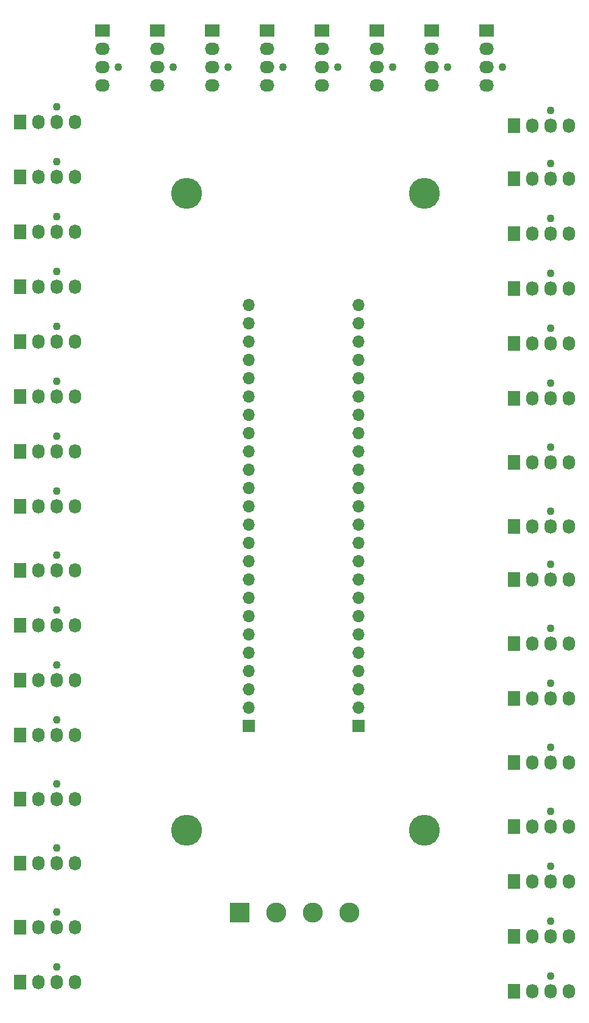
<source format=gbr>
%TF.GenerationSoftware,KiCad,Pcbnew,(5.1.8)-1*%
%TF.CreationDate,2021-03-01T08:31:10-06:00*%
%TF.ProjectId,CircuitBoard,43697263-7569-4744-926f-6172642e6b69,rev?*%
%TF.SameCoordinates,Original*%
%TF.FileFunction,Soldermask,Bot*%
%TF.FilePolarity,Negative*%
%FSLAX46Y46*%
G04 Gerber Fmt 4.6, Leading zero omitted, Abs format (unit mm)*
G04 Created by KiCad (PCBNEW (5.1.8)-1) date 2021-03-01 08:31:10*
%MOMM*%
%LPD*%
G01*
G04 APERTURE LIST*
%ADD10C,4.300000*%
%ADD11C,2.780000*%
%ADD12R,2.780000X2.780000*%
%ADD13C,1.100000*%
%ADD14O,1.730000X2.030000*%
%ADD15R,1.730000X2.030000*%
%ADD16O,1.700000X1.700000*%
%ADD17R,1.700000X1.700000*%
%ADD18O,2.030000X1.730000*%
%ADD19R,2.030000X1.730000*%
G04 APERTURE END LIST*
D10*
%TO.C,MNT*%
X143764000Y-157988000D03*
%TD*%
%TO.C,MNT*%
X110744000Y-157988000D03*
%TD*%
%TO.C,REF\u002A\u002A*%
X143764000Y-69596000D03*
%TD*%
%TO.C,REF\u002A\u002A*%
X110744000Y-69596000D03*
%TD*%
D11*
%TO.C,JMolex1*%
X133350000Y-169418000D03*
X128270000Y-169418000D03*
X123190000Y-169418000D03*
D12*
X118110000Y-169418000D03*
%TD*%
D13*
%TO.C,J42*%
X92710000Y-110870000D03*
D14*
X95250000Y-113030000D03*
X92710000Y-113030000D03*
X90170000Y-113030000D03*
D15*
X87630000Y-113030000D03*
%TD*%
D13*
%TO.C,J41*%
X92710000Y-103250000D03*
D14*
X95250000Y-105410000D03*
X92710000Y-105410000D03*
X90170000Y-105410000D03*
D15*
X87630000Y-105410000D03*
%TD*%
D13*
%TO.C,J40*%
X92710000Y-95630000D03*
D14*
X95250000Y-97790000D03*
X92710000Y-97790000D03*
X90170000Y-97790000D03*
D15*
X87630000Y-97790000D03*
%TD*%
D13*
%TO.C,J39*%
X92710000Y-88010000D03*
D14*
X95250000Y-90170000D03*
X92710000Y-90170000D03*
X90170000Y-90170000D03*
D15*
X87630000Y-90170000D03*
%TD*%
D13*
%TO.C,J38*%
X92710000Y-80390000D03*
D14*
X95250000Y-82550000D03*
X92710000Y-82550000D03*
X90170000Y-82550000D03*
D15*
X87630000Y-82550000D03*
%TD*%
D13*
%TO.C,J37*%
X92710000Y-72770000D03*
D14*
X95250000Y-74930000D03*
X92710000Y-74930000D03*
X90170000Y-74930000D03*
D15*
X87630000Y-74930000D03*
%TD*%
D13*
%TO.C,J36*%
X92710000Y-65150000D03*
D14*
X95250000Y-67310000D03*
X92710000Y-67310000D03*
X90170000Y-67310000D03*
D15*
X87630000Y-67310000D03*
%TD*%
D13*
%TO.C,J35*%
X92710000Y-57530000D03*
D14*
X95250000Y-59690000D03*
X92710000Y-59690000D03*
X90170000Y-59690000D03*
D15*
X87630000Y-59690000D03*
%TD*%
D13*
%TO.C,J34*%
X92710000Y-119760000D03*
D14*
X95250000Y-121920000D03*
X92710000Y-121920000D03*
X90170000Y-121920000D03*
D15*
X87630000Y-121920000D03*
%TD*%
D13*
%TO.C,J33*%
X92710000Y-127380000D03*
D14*
X95250000Y-129540000D03*
X92710000Y-129540000D03*
X90170000Y-129540000D03*
D15*
X87630000Y-129540000D03*
%TD*%
D13*
%TO.C,J32*%
X92710000Y-135000000D03*
D14*
X95250000Y-137160000D03*
X92710000Y-137160000D03*
X90170000Y-137160000D03*
D15*
X87630000Y-137160000D03*
%TD*%
D13*
%TO.C,J31*%
X92710000Y-142620000D03*
D14*
X95250000Y-144780000D03*
X92710000Y-144780000D03*
X90170000Y-144780000D03*
D15*
X87630000Y-144780000D03*
%TD*%
D13*
%TO.C,J30*%
X92710000Y-151510000D03*
D14*
X95250000Y-153670000D03*
X92710000Y-153670000D03*
X90170000Y-153670000D03*
D15*
X87630000Y-153670000D03*
%TD*%
D13*
%TO.C,J29*%
X92710000Y-160400000D03*
D14*
X95250000Y-162560000D03*
X92710000Y-162560000D03*
X90170000Y-162560000D03*
D15*
X87630000Y-162560000D03*
%TD*%
D13*
%TO.C,J28*%
X92710000Y-169290000D03*
D14*
X95250000Y-171450000D03*
X92710000Y-171450000D03*
X90170000Y-171450000D03*
D15*
X87630000Y-171450000D03*
%TD*%
D13*
%TO.C,J27*%
X92710000Y-176910000D03*
D14*
X95250000Y-179070000D03*
X92710000Y-179070000D03*
X90170000Y-179070000D03*
D15*
X87630000Y-179070000D03*
%TD*%
D13*
%TO.C,J26*%
X161290000Y-113664000D03*
D14*
X163830000Y-115824000D03*
X161290000Y-115824000D03*
X158750000Y-115824000D03*
D15*
X156210000Y-115824000D03*
%TD*%
D13*
%TO.C,J25*%
X161290000Y-104774000D03*
D14*
X163830000Y-106934000D03*
X161290000Y-106934000D03*
X158750000Y-106934000D03*
D15*
X156210000Y-106934000D03*
%TD*%
D13*
%TO.C,J24*%
X161290000Y-95884000D03*
D14*
X163830000Y-98044000D03*
X161290000Y-98044000D03*
X158750000Y-98044000D03*
D15*
X156210000Y-98044000D03*
%TD*%
D13*
%TO.C,J23*%
X161290000Y-88264000D03*
D14*
X163830000Y-90424000D03*
X161290000Y-90424000D03*
X158750000Y-90424000D03*
D15*
X156210000Y-90424000D03*
%TD*%
D16*
%TO.C,J22*%
X119380000Y-85090000D03*
X119380000Y-87630000D03*
X119380000Y-90170000D03*
X119380000Y-92710000D03*
X119380000Y-95250000D03*
X119380000Y-97790000D03*
X119380000Y-100330000D03*
X119380000Y-102870000D03*
X119380000Y-105410000D03*
X119380000Y-107950000D03*
X119380000Y-110490000D03*
X119380000Y-113030000D03*
X119380000Y-115570000D03*
X119380000Y-118110000D03*
X119380000Y-120650000D03*
X119380000Y-123190000D03*
X119380000Y-125730000D03*
X119380000Y-128270000D03*
X119380000Y-130810000D03*
X119380000Y-133350000D03*
X119380000Y-135890000D03*
X119380000Y-138430000D03*
X119380000Y-140970000D03*
D17*
X119380000Y-143510000D03*
%TD*%
D16*
%TO.C,J21*%
X134620000Y-85090000D03*
X134620000Y-87630000D03*
X134620000Y-90170000D03*
X134620000Y-92710000D03*
X134620000Y-95250000D03*
X134620000Y-97790000D03*
X134620000Y-100330000D03*
X134620000Y-102870000D03*
X134620000Y-105410000D03*
X134620000Y-107950000D03*
X134620000Y-110490000D03*
X134620000Y-113030000D03*
X134620000Y-115570000D03*
X134620000Y-118110000D03*
X134620000Y-120650000D03*
X134620000Y-123190000D03*
X134620000Y-125730000D03*
X134620000Y-128270000D03*
X134620000Y-130810000D03*
X134620000Y-133350000D03*
X134620000Y-135890000D03*
X134620000Y-138430000D03*
X134620000Y-140970000D03*
D17*
X134620000Y-143510000D03*
%TD*%
D13*
%TO.C,J20*%
X108840000Y-52070000D03*
D18*
X106680000Y-54610000D03*
X106680000Y-52070000D03*
X106680000Y-49530000D03*
D19*
X106680000Y-46990000D03*
%TD*%
D13*
%TO.C,J19*%
X101220000Y-52070000D03*
D18*
X99060000Y-54610000D03*
X99060000Y-52070000D03*
X99060000Y-49530000D03*
D19*
X99060000Y-46990000D03*
%TD*%
D13*
%TO.C,J18*%
X161290000Y-121030000D03*
D14*
X163830000Y-123190000D03*
X161290000Y-123190000D03*
X158750000Y-123190000D03*
D15*
X156210000Y-123190000D03*
%TD*%
D13*
%TO.C,J17*%
X161290000Y-129920000D03*
D14*
X163830000Y-132080000D03*
X161290000Y-132080000D03*
X158750000Y-132080000D03*
D15*
X156210000Y-132080000D03*
%TD*%
D13*
%TO.C,J16*%
X161290000Y-137540000D03*
D14*
X163830000Y-139700000D03*
X161290000Y-139700000D03*
X158750000Y-139700000D03*
D15*
X156210000Y-139700000D03*
%TD*%
D13*
%TO.C,J15*%
X161290000Y-146430000D03*
D14*
X163830000Y-148590000D03*
X161290000Y-148590000D03*
X158750000Y-148590000D03*
D15*
X156210000Y-148590000D03*
%TD*%
D13*
%TO.C,J14*%
X161290000Y-155320000D03*
D14*
X163830000Y-157480000D03*
X161290000Y-157480000D03*
X158750000Y-157480000D03*
D15*
X156210000Y-157480000D03*
%TD*%
D13*
%TO.C,J13*%
X161290000Y-162940000D03*
D14*
X163830000Y-165100000D03*
X161290000Y-165100000D03*
X158750000Y-165100000D03*
D15*
X156210000Y-165100000D03*
%TD*%
D13*
%TO.C,J12*%
X161290000Y-170560000D03*
D14*
X163830000Y-172720000D03*
X161290000Y-172720000D03*
X158750000Y-172720000D03*
D15*
X156210000Y-172720000D03*
%TD*%
D13*
%TO.C,J11*%
X161290000Y-178180000D03*
D14*
X163830000Y-180340000D03*
X161290000Y-180340000D03*
X158750000Y-180340000D03*
D15*
X156210000Y-180340000D03*
%TD*%
D13*
%TO.C,J10*%
X161290000Y-80644000D03*
D14*
X163830000Y-82804000D03*
X161290000Y-82804000D03*
X158750000Y-82804000D03*
D15*
X156210000Y-82804000D03*
%TD*%
D13*
%TO.C,J9*%
X161290000Y-65404000D03*
D14*
X163830000Y-67564000D03*
X161290000Y-67564000D03*
X158750000Y-67564000D03*
D15*
X156210000Y-67564000D03*
%TD*%
D13*
%TO.C,J8*%
X161290000Y-58038000D03*
D14*
X163830000Y-60198000D03*
X161290000Y-60198000D03*
X158750000Y-60198000D03*
D15*
X156210000Y-60198000D03*
%TD*%
D13*
%TO.C,J7*%
X154560000Y-52070000D03*
D18*
X152400000Y-54610000D03*
X152400000Y-52070000D03*
X152400000Y-49530000D03*
D19*
X152400000Y-46990000D03*
%TD*%
D13*
%TO.C,J6*%
X161290000Y-73024000D03*
D14*
X163830000Y-75184000D03*
X161290000Y-75184000D03*
X158750000Y-75184000D03*
D15*
X156210000Y-75184000D03*
%TD*%
D13*
%TO.C,J5*%
X146940000Y-52070000D03*
D18*
X144780000Y-54610000D03*
X144780000Y-52070000D03*
X144780000Y-49530000D03*
D19*
X144780000Y-46990000D03*
%TD*%
D13*
%TO.C,J4*%
X139320000Y-52070000D03*
D18*
X137160000Y-54610000D03*
X137160000Y-52070000D03*
X137160000Y-49530000D03*
D19*
X137160000Y-46990000D03*
%TD*%
D13*
%TO.C,J3*%
X116460000Y-52070000D03*
D18*
X114300000Y-54610000D03*
X114300000Y-52070000D03*
X114300000Y-49530000D03*
D19*
X114300000Y-46990000D03*
%TD*%
D13*
%TO.C,J2*%
X131700000Y-52070000D03*
D18*
X129540000Y-54610000D03*
X129540000Y-52070000D03*
X129540000Y-49530000D03*
D19*
X129540000Y-46990000D03*
%TD*%
D13*
%TO.C,J1*%
X124080000Y-52070000D03*
D18*
X121920000Y-54610000D03*
X121920000Y-52070000D03*
X121920000Y-49530000D03*
D19*
X121920000Y-46990000D03*
%TD*%
M02*

</source>
